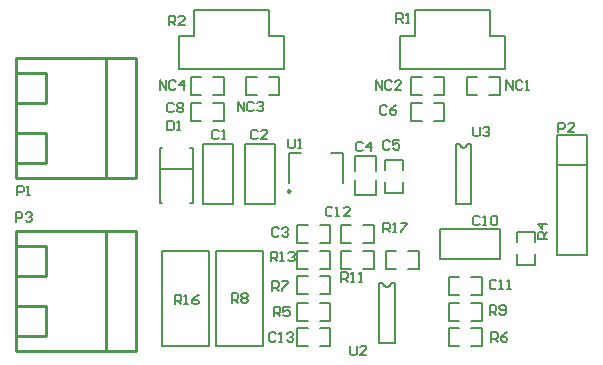
<source format=gto>
%FSLAX25Y25*%
%MOIN*%
G70*
G01*
G75*
%ADD10C,0.01000*%
%ADD11R,0.06693X0.03937*%
%ADD12O,0.08661X0.02362*%
%ADD13R,0.13465X0.04921*%
%ADD14R,0.08661X0.02362*%
%ADD15R,0.01969X0.07087*%
%ADD16O,0.07087X0.11811*%
%ADD17R,0.01969X0.04724*%
%ADD18R,0.06693X0.09843*%
%ADD19R,0.08000X0.06693*%
%ADD20R,0.03937X0.06693*%
%ADD21R,0.05118X0.03937*%
%ADD22R,0.03150X0.03543*%
%ADD23R,0.03543X0.03150*%
%ADD24C,0.04000*%
%ADD25C,0.02000*%
%ADD26C,0.01500*%
%ADD27O,0.07874X0.06693*%
%ADD28C,0.05906*%
%ADD29O,0.07087X0.05906*%
%ADD30R,0.07087X0.05906*%
%ADD31C,0.05000*%
%ADD32C,0.00787*%
%ADD33C,0.00984*%
%ADD34C,0.00600*%
%ADD35C,0.00800*%
D10*
X920837Y817381D02*
X960837D01*
X920837D02*
Y857381D01*
X960837D01*
Y817381D02*
Y857381D01*
X920837Y852381D02*
X930837D01*
X920837Y822381D02*
X930837D01*
X920837Y832381D02*
X930837D01*
X920837Y842381D02*
X930837D01*
Y852381D01*
Y822381D02*
Y832381D01*
X950837Y817381D02*
Y857381D01*
X920837Y759881D02*
X960837D01*
X920837D02*
Y799881D01*
X960837D01*
Y759881D02*
Y799881D01*
X920837Y794881D02*
X930837D01*
X920837Y764881D02*
X930837D01*
X920837Y774881D02*
X930837D01*
X920837Y784881D02*
X930837D01*
Y794881D01*
Y764881D02*
Y774881D01*
X950837Y759881D02*
Y799881D01*
D32*
X1043324Y782381D02*
X1043690Y781497D01*
X1044573Y781131D01*
X1045457Y781497D01*
X1045823Y782381D01*
X1068824Y828881D02*
X1069190Y827997D01*
X1070074Y827631D01*
X1070957Y827997D01*
X1071323Y828881D01*
X1041955Y782381D02*
X1043324D01*
X1045823D02*
X1047192D01*
Y762381D02*
Y782381D01*
X1041955Y762381D02*
X1047192D01*
X1041955D02*
Y782381D01*
X1067455Y828881D02*
X1068824D01*
X1071323D02*
X1072692D01*
Y808881D02*
Y828881D01*
X1067455Y808881D02*
X1072692D01*
X1067455D02*
Y828881D01*
X1025955Y825999D02*
X1029892D01*
Y815763D02*
Y825999D01*
X1011782D02*
X1015719D01*
X1011782Y815763D02*
Y825999D01*
X1101337Y791881D02*
X1111337D01*
X1101337D02*
Y831881D01*
X1111337Y791881D02*
Y831881D01*
X1101337D02*
X1111337D01*
X968826Y809326D02*
Y827436D01*
X979849Y809326D02*
Y827436D01*
X968826Y809326D02*
X969711D01*
X968826Y827436D02*
X969711D01*
X978963Y809326D02*
X979849D01*
X978963Y827436D02*
X979849D01*
D33*
X1012274Y813204D02*
X1011536Y813630D01*
Y812778D01*
X1012274Y813204D01*
D34*
X983337Y828881D02*
X993337D01*
X983337Y808881D02*
Y828881D01*
Y808881D02*
X993337D01*
Y828881D01*
X997337D02*
X1007337D01*
X997337Y808881D02*
Y828881D01*
Y808881D02*
X1007337D01*
Y828881D01*
X1101337Y821881D02*
X1111337D01*
X1082337Y790381D02*
Y800381D01*
X1062337D02*
X1082337D01*
X1062337Y790381D02*
Y800381D01*
Y790381D02*
X1082337D01*
X1040837Y811881D02*
Y816881D01*
X1033837Y811881D02*
X1040837D01*
X1033837D02*
Y816881D01*
X1040837Y819881D02*
Y824881D01*
X1033837D02*
X1040837D01*
X1033837Y819881D02*
Y824881D01*
X1044093Y787181D02*
Y793181D01*
X1055093Y787181D02*
Y793181D01*
X1044093D02*
X1047625D01*
X1051562D02*
X1053530D01*
X1055093D01*
X1044093Y787181D02*
X1047625D01*
X1051562D02*
X1053530D01*
X1055093D01*
X1014581Y793181D02*
X1016144D01*
X1018113D01*
X1022050D02*
X1025581D01*
X1014581Y787181D02*
X1016144D01*
X1018113D01*
X1022050D02*
X1025581D01*
X1014581D02*
Y793181D01*
X1025581Y787181D02*
Y793181D01*
X1040081Y787181D02*
Y793181D01*
X1029081Y787181D02*
Y793181D01*
X1036550Y787181D02*
X1040081D01*
X1030644D02*
X1032613D01*
X1029081D02*
X1030644D01*
X1036550Y793181D02*
X1040081D01*
X1030644D02*
X1032613D01*
X1029081D02*
X1030644D01*
X1065081Y775881D02*
X1066644D01*
X1068613D01*
X1072550D02*
X1076081D01*
X1065081Y769881D02*
X1066644D01*
X1068613D01*
X1072550D02*
X1076081D01*
X1065081D02*
Y775881D01*
X1076081Y769881D02*
Y775881D01*
X1065081Y767381D02*
X1066644D01*
X1068613D01*
X1072550D02*
X1076081D01*
X1065081Y761381D02*
X1066644D01*
X1068613D01*
X1072550D02*
X1076081D01*
X1065081D02*
Y767381D01*
X1076081Y761381D02*
Y767381D01*
X1087837Y788625D02*
Y790188D01*
Y792157D01*
Y796094D02*
Y799625D01*
X1093837Y788625D02*
Y790188D01*
Y792157D01*
Y796094D02*
Y799625D01*
X1087837Y788625D02*
X1093837D01*
X1087837Y799625D02*
X1093837D01*
X1025581Y761381D02*
Y767381D01*
X1014581Y761381D02*
Y767381D01*
X1022050Y761381D02*
X1025581D01*
X1016144D02*
X1018113D01*
X1014581D02*
X1016144D01*
X1022050Y767381D02*
X1025581D01*
X1016144D02*
X1018113D01*
X1014581D02*
X1016144D01*
X1038530Y795781D02*
X1040093D01*
X1036562D02*
X1038530D01*
X1029093D02*
X1032625D01*
X1038530Y801781D02*
X1040093D01*
X1036562D02*
X1038530D01*
X1029093D02*
X1032625D01*
X1040093Y795781D02*
Y801781D01*
X1029093Y795781D02*
Y801781D01*
X988530Y836676D02*
X990093D01*
X986562D02*
X988530D01*
X979093D02*
X982625D01*
X988530Y842676D02*
X990093D01*
X986562D02*
X988530D01*
X979093D02*
X982625D01*
X990093Y836676D02*
Y842676D01*
X979093Y836676D02*
Y842676D01*
X1052593Y836676D02*
Y842676D01*
X1063593Y836676D02*
Y842676D01*
X1052593D02*
X1056125D01*
X1060062D02*
X1062030D01*
X1063593D01*
X1052593Y836676D02*
X1056125D01*
X1060062D02*
X1062030D01*
X1063593D01*
X1043837Y812625D02*
Y814188D01*
Y816157D01*
Y820094D02*
Y823625D01*
X1049837Y812625D02*
Y814188D01*
Y816157D01*
Y820094D02*
Y823625D01*
X1043837Y812625D02*
X1049837D01*
X1043837Y823625D02*
X1049837D01*
X1025581Y795781D02*
Y801781D01*
X1014581Y795781D02*
Y801781D01*
X1022050Y795781D02*
X1025581D01*
X1016144D02*
X1018113D01*
X1014581D02*
X1016144D01*
X1022050Y801781D02*
X1025581D01*
X1016144D02*
X1018113D01*
X1014581D02*
X1016144D01*
X1052581Y851276D02*
X1054144D01*
X1056113D01*
X1060050D02*
X1063581D01*
X1052581Y845276D02*
X1054144D01*
X1056113D01*
X1060050D02*
X1063581D01*
X1052581D02*
Y851276D01*
X1063581Y845276D02*
Y851276D01*
X1008581Y845276D02*
Y851276D01*
X997581Y845276D02*
Y851276D01*
X1005050Y845276D02*
X1008581D01*
X999144D02*
X1001113D01*
X997581D02*
X999144D01*
X1005050Y851276D02*
X1008581D01*
X999144D02*
X1001113D01*
X997581D02*
X999144D01*
X1071081D02*
X1072644D01*
X1074613D01*
X1078550D02*
X1082081D01*
X1071081Y845276D02*
X1072644D01*
X1074613D01*
X1078550D02*
X1082081D01*
X1071081D02*
Y851276D01*
X1082081Y845276D02*
Y851276D01*
X990081Y845276D02*
Y851276D01*
X979081Y845276D02*
Y851276D01*
X986550Y845276D02*
X990081D01*
X980644D02*
X982613D01*
X979081D02*
X980644D01*
X986550Y851276D02*
X990081D01*
X980644D02*
X982613D01*
X979081D02*
X980644D01*
X1024030Y778881D02*
X1025593D01*
X1022062D02*
X1024030D01*
X1014593D02*
X1018125D01*
X1024030Y784881D02*
X1025593D01*
X1022062D02*
X1024030D01*
X1014593D02*
X1018125D01*
X1025593Y778881D02*
Y784881D01*
X1014593Y778881D02*
Y784881D01*
Y769881D02*
Y775881D01*
X1025593Y769881D02*
Y775881D01*
X1014593D02*
X1018125D01*
X1022062D02*
X1024030D01*
X1025593D01*
X1014593Y769881D02*
X1018125D01*
X1022062D02*
X1024030D01*
X1025593D01*
X1076081Y778381D02*
Y784381D01*
X1065081Y778381D02*
Y784381D01*
X1072550Y778381D02*
X1076081D01*
X1066644D02*
X1068613D01*
X1065081D02*
X1066644D01*
X1072550Y784381D02*
X1076081D01*
X1066644D02*
X1068613D01*
X1065081D02*
X1066644D01*
X968837Y846881D02*
Y850080D01*
X970970Y846881D01*
Y850080D01*
X974169Y849547D02*
X973636Y850080D01*
X972569D01*
X972036Y849547D01*
Y847414D01*
X972569Y846881D01*
X973636D01*
X974169Y847414D01*
X976835Y846881D02*
Y850080D01*
X975235Y848481D01*
X977368D01*
X994837Y839776D02*
Y842975D01*
X996970Y839776D01*
Y842975D01*
X1000169Y842441D02*
X999636Y842975D01*
X998569D01*
X998036Y842441D01*
Y840309D01*
X998569Y839776D01*
X999636D01*
X1000169Y840309D01*
X1001235Y842441D02*
X1001768Y842975D01*
X1002835D01*
X1003368Y842441D01*
Y841908D01*
X1002835Y841375D01*
X1002302D01*
X1002835D01*
X1003368Y840842D01*
Y840309D01*
X1002835Y839776D01*
X1001768D01*
X1001235Y840309D01*
X1040837Y846881D02*
Y850080D01*
X1042970Y846881D01*
Y850080D01*
X1046169Y849547D02*
X1045636Y850080D01*
X1044569D01*
X1044036Y849547D01*
Y847414D01*
X1044569Y846881D01*
X1045636D01*
X1046169Y847414D01*
X1049368Y846881D02*
X1047235D01*
X1049368Y849014D01*
Y849547D01*
X1048835Y850080D01*
X1047768D01*
X1047235Y849547D01*
X1084337Y846881D02*
Y850080D01*
X1086470Y846881D01*
Y850080D01*
X1089669Y849547D02*
X1089136Y850080D01*
X1088069D01*
X1087536Y849547D01*
Y847414D01*
X1088069Y846881D01*
X1089136D01*
X1089669Y847414D01*
X1090735Y846881D02*
X1091801D01*
X1091268D01*
Y850080D01*
X1090735Y849547D01*
X1008470Y800547D02*
X1007937Y801080D01*
X1006870D01*
X1006337Y800547D01*
Y798414D01*
X1006870Y797881D01*
X1007937D01*
X1008470Y798414D01*
X1009536Y800547D02*
X1010069Y801080D01*
X1011136D01*
X1011669Y800547D01*
Y800014D01*
X1011136Y799481D01*
X1010603D01*
X1011136D01*
X1011669Y798947D01*
Y798414D01*
X1011136Y797881D01*
X1010069D01*
X1009536Y798414D01*
X988470Y833047D02*
X987937Y833580D01*
X986870D01*
X986337Y833047D01*
Y830914D01*
X986870Y830381D01*
X987937D01*
X988470Y830914D01*
X989536Y830381D02*
X990603D01*
X990069D01*
Y833580D01*
X989536Y833047D01*
X1001470D02*
X1000937Y833580D01*
X999870D01*
X999337Y833047D01*
Y830914D01*
X999870Y830381D01*
X1000937D01*
X1001470Y830914D01*
X1004669Y830381D02*
X1002536D01*
X1004669Y832514D01*
Y833047D01*
X1004136Y833580D01*
X1003069D01*
X1002536Y833047D01*
X1036470Y829047D02*
X1035937Y829580D01*
X1034870D01*
X1034337Y829047D01*
Y826914D01*
X1034870Y826381D01*
X1035937D01*
X1036470Y826914D01*
X1039136Y826381D02*
Y829580D01*
X1037536Y827981D01*
X1039669D01*
X1045470Y829547D02*
X1044937Y830080D01*
X1043870D01*
X1043337Y829547D01*
Y827414D01*
X1043870Y826881D01*
X1044937D01*
X1045470Y827414D01*
X1048669Y830080D02*
X1046536D01*
Y828481D01*
X1047603Y829014D01*
X1048136D01*
X1048669Y828481D01*
Y827414D01*
X1048136Y826881D01*
X1047069D01*
X1046536Y827414D01*
X1044470Y841341D02*
X1043937Y841875D01*
X1042870D01*
X1042337Y841341D01*
Y839209D01*
X1042870Y838676D01*
X1043937D01*
X1044470Y839209D01*
X1047669Y841875D02*
X1046603Y841341D01*
X1045536Y840275D01*
Y839209D01*
X1046069Y838676D01*
X1047136D01*
X1047669Y839209D01*
Y839742D01*
X1047136Y840275D01*
X1045536D01*
X973470Y842047D02*
X972937Y842580D01*
X971870D01*
X971337Y842047D01*
Y839914D01*
X971870Y839381D01*
X972937D01*
X973470Y839914D01*
X974536Y842047D02*
X975069Y842580D01*
X976136D01*
X976669Y842047D01*
Y841514D01*
X976136Y840981D01*
X976669Y840447D01*
Y839914D01*
X976136Y839381D01*
X975069D01*
X974536Y839914D01*
Y840447D01*
X975069Y840981D01*
X974536Y841514D01*
Y842047D01*
X975069Y840981D02*
X976136D01*
X1075471Y804447D02*
X1074938Y804981D01*
X1073872D01*
X1073339Y804447D01*
Y802315D01*
X1073872Y801782D01*
X1074938D01*
X1075471Y802315D01*
X1076538Y801782D02*
X1077604D01*
X1077071D01*
Y804981D01*
X1076538Y804447D01*
X1079203D02*
X1079737Y804981D01*
X1080803D01*
X1081336Y804447D01*
Y802315D01*
X1080803Y801782D01*
X1079737D01*
X1079203Y802315D01*
Y804447D01*
X1080970Y783047D02*
X1080437Y783580D01*
X1079370D01*
X1078837Y783047D01*
Y780914D01*
X1079370Y780381D01*
X1080437D01*
X1080970Y780914D01*
X1082036Y780381D02*
X1083103D01*
X1082569D01*
Y783580D01*
X1082036Y783047D01*
X1084702Y780381D02*
X1085768D01*
X1085235D01*
Y783580D01*
X1084702Y783047D01*
X1026337Y807414D02*
X1025803Y807947D01*
X1024737D01*
X1024204Y807414D01*
Y805281D01*
X1024737Y804748D01*
X1025803D01*
X1026337Y805281D01*
X1027403Y804748D02*
X1028469D01*
X1027936D01*
Y807947D01*
X1027403Y807414D01*
X1032201Y804748D02*
X1030069D01*
X1032201Y806880D01*
Y807414D01*
X1031668Y807947D01*
X1030602D01*
X1030069Y807414D01*
X1007470Y765547D02*
X1006937Y766080D01*
X1005870D01*
X1005337Y765547D01*
Y763414D01*
X1005870Y762881D01*
X1006937D01*
X1007470Y763414D01*
X1008536Y762881D02*
X1009603D01*
X1009069D01*
Y766080D01*
X1008536Y765547D01*
X1011202D02*
X1011735Y766080D01*
X1012801D01*
X1013335Y765547D01*
Y765014D01*
X1012801Y764481D01*
X1012268D01*
X1012801D01*
X1013335Y763947D01*
Y763414D01*
X1012801Y762881D01*
X1011735D01*
X1011202Y763414D01*
X971337Y836580D02*
Y833381D01*
X972937D01*
X973470Y833914D01*
Y836047D01*
X972937Y836580D01*
X971337D01*
X974536Y833381D02*
X975603D01*
X975069D01*
Y836580D01*
X974536Y836047D01*
X921264Y811742D02*
Y814941D01*
X922863D01*
X923396Y814408D01*
Y813342D01*
X922863Y812809D01*
X921264D01*
X924463Y811742D02*
X925529D01*
X924996D01*
Y814941D01*
X924463Y814408D01*
X1101672Y832782D02*
Y835981D01*
X1103271D01*
X1103804Y835447D01*
Y834381D01*
X1103271Y833848D01*
X1101672D01*
X1107003Y832782D02*
X1104870D01*
X1107003Y834914D01*
Y835447D01*
X1106470Y835981D01*
X1105404D01*
X1104870Y835447D01*
X920896Y802975D02*
Y806174D01*
X922496D01*
X923029Y805641D01*
Y804574D01*
X922496Y804041D01*
X920896D01*
X924095Y805641D02*
X924629Y806174D01*
X925695D01*
X926228Y805641D01*
Y805107D01*
X925695Y804574D01*
X925162D01*
X925695D01*
X926228Y804041D01*
Y803508D01*
X925695Y802975D01*
X924629D01*
X924095Y803508D01*
X1047705Y869282D02*
Y872481D01*
X1049304D01*
X1049837Y871947D01*
Y870881D01*
X1049304Y870348D01*
X1047705D01*
X1048771D02*
X1049837Y869282D01*
X1050904D02*
X1051970D01*
X1051437D01*
Y872481D01*
X1050904Y871947D01*
X971837Y868381D02*
Y871580D01*
X973437D01*
X973970Y871047D01*
Y869981D01*
X973437Y869447D01*
X971837D01*
X972904D02*
X973970Y868381D01*
X977169D02*
X975036D01*
X977169Y870514D01*
Y871047D01*
X976636Y871580D01*
X975569D01*
X975036Y871047D01*
X1097937Y797215D02*
X1094738D01*
Y798815D01*
X1095271Y799348D01*
X1096337D01*
X1096870Y798815D01*
Y797215D01*
Y798282D02*
X1097937Y799348D01*
Y802014D02*
X1094738D01*
X1096337Y800414D01*
Y802547D01*
X1006837Y771381D02*
Y774580D01*
X1008437D01*
X1008970Y774047D01*
Y772981D01*
X1008437Y772447D01*
X1006837D01*
X1007904D02*
X1008970Y771381D01*
X1012169Y774580D02*
X1010036D01*
Y772981D01*
X1011103Y773514D01*
X1011636D01*
X1012169Y772981D01*
Y771914D01*
X1011636Y771381D01*
X1010569D01*
X1010036Y771914D01*
X1079337Y762881D02*
Y766080D01*
X1080937D01*
X1081470Y765547D01*
Y764481D01*
X1080937Y763947D01*
X1079337D01*
X1080404D02*
X1081470Y762881D01*
X1084669Y766080D02*
X1083603Y765547D01*
X1082536Y764481D01*
Y763414D01*
X1083069Y762881D01*
X1084136D01*
X1084669Y763414D01*
Y763947D01*
X1084136Y764481D01*
X1082536D01*
X1006337Y779881D02*
Y783080D01*
X1007937D01*
X1008470Y782547D01*
Y781481D01*
X1007937Y780947D01*
X1006337D01*
X1007404D02*
X1008470Y779881D01*
X1009536Y783080D02*
X1011669D01*
Y782547D01*
X1009536Y780414D01*
Y779881D01*
X1078837Y771881D02*
Y775080D01*
X1080437D01*
X1080970Y774547D01*
Y773481D01*
X1080437Y772947D01*
X1078837D01*
X1079904D02*
X1080970Y771881D01*
X1082036Y772414D02*
X1082569Y771881D01*
X1083636D01*
X1084169Y772414D01*
Y774547D01*
X1083636Y775080D01*
X1082569D01*
X1082036Y774547D01*
Y774014D01*
X1082569Y773481D01*
X1084169D01*
X1029337Y782881D02*
Y786080D01*
X1030937D01*
X1031470Y785547D01*
Y784481D01*
X1030937Y783947D01*
X1029337D01*
X1030404D02*
X1031470Y782881D01*
X1032536D02*
X1033603D01*
X1033069D01*
Y786080D01*
X1032536Y785547D01*
X1035202Y782881D02*
X1036268D01*
X1035735D01*
Y786080D01*
X1035202Y785547D01*
X1005837Y789681D02*
Y792880D01*
X1007437D01*
X1007970Y792347D01*
Y791281D01*
X1007437Y790747D01*
X1005837D01*
X1006904D02*
X1007970Y789681D01*
X1009036D02*
X1010103D01*
X1009569D01*
Y792880D01*
X1009036Y792347D01*
X1011702D02*
X1012235Y792880D01*
X1013301D01*
X1013835Y792347D01*
Y791814D01*
X1013301Y791281D01*
X1012768D01*
X1013301D01*
X1013835Y790747D01*
Y790214D01*
X1013301Y789681D01*
X1012235D01*
X1011702Y790214D01*
X1011705Y830630D02*
Y827964D01*
X1012238Y827431D01*
X1013304D01*
X1013837Y827964D01*
Y830630D01*
X1014904Y827431D02*
X1015970D01*
X1015437D01*
Y830630D01*
X1014904Y830097D01*
X1032337Y761580D02*
Y758914D01*
X1032870Y758381D01*
X1033937D01*
X1034470Y758914D01*
Y761580D01*
X1037669Y758381D02*
X1035536D01*
X1037669Y760514D01*
Y761047D01*
X1037136Y761580D01*
X1036069D01*
X1035536Y761047D01*
X1073337Y834580D02*
Y831914D01*
X1073870Y831381D01*
X1074937D01*
X1075470Y831914D01*
Y834580D01*
X1076536Y834047D02*
X1077069Y834580D01*
X1078136D01*
X1078669Y834047D01*
Y833514D01*
X1078136Y832981D01*
X1077603D01*
X1078136D01*
X1078669Y832447D01*
Y831914D01*
X1078136Y831381D01*
X1077069D01*
X1076536Y831914D01*
X992837Y775881D02*
Y779080D01*
X994437D01*
X994970Y778547D01*
Y777481D01*
X994437Y776947D01*
X992837D01*
X993904D02*
X994970Y775881D01*
X996036Y778547D02*
X996569Y779080D01*
X997636D01*
X998169Y778547D01*
Y778014D01*
X997636Y777481D01*
X998169Y776947D01*
Y776414D01*
X997636Y775881D01*
X996569D01*
X996036Y776414D01*
Y776947D01*
X996569Y777481D01*
X996036Y778014D01*
Y778547D01*
X996569Y777481D02*
X997636D01*
X973837Y775381D02*
Y778580D01*
X975437D01*
X975970Y778047D01*
Y776981D01*
X975437Y776447D01*
X973837D01*
X974904D02*
X975970Y775381D01*
X977036D02*
X978103D01*
X977569D01*
Y778580D01*
X977036Y778047D01*
X981835Y778580D02*
X980768Y778047D01*
X979702Y776981D01*
Y775914D01*
X980235Y775381D01*
X981301D01*
X981835Y775914D01*
Y776447D01*
X981301Y776981D01*
X979702D01*
X1043337Y799381D02*
Y802580D01*
X1044937D01*
X1045470Y802047D01*
Y800981D01*
X1044937Y800447D01*
X1043337D01*
X1044404D02*
X1045470Y799381D01*
X1046536D02*
X1047603D01*
X1047069D01*
Y802580D01*
X1046536Y802047D01*
X1049202Y802580D02*
X1051335D01*
Y802047D01*
X1049202Y799914D01*
Y799381D01*
D35*
X987463Y761633D02*
X1003211D01*
X987463D02*
Y793129D01*
X1003211D01*
Y761633D02*
Y793129D01*
X1048837Y853976D02*
X1083837D01*
Y864881D01*
X1048837Y853976D02*
Y864881D01*
X1053837D01*
X1078837D02*
X1083837D01*
X1053837D02*
Y873661D01*
X1078837D01*
Y864881D02*
Y873661D01*
X969463Y761633D02*
X985211D01*
X969463D02*
Y793129D01*
X985211D01*
Y761633D02*
Y793129D01*
X1005337Y864881D02*
Y873661D01*
X980337D02*
X1005337D01*
X980337Y864881D02*
Y873661D01*
X1005337Y864881D02*
X1010337D01*
X975337D02*
X980337D01*
X975337Y853976D02*
Y864881D01*
X1010337Y853976D02*
Y864881D01*
X975337Y853976D02*
X1010337D01*
X968826Y820350D02*
X979849D01*
M02*

</source>
